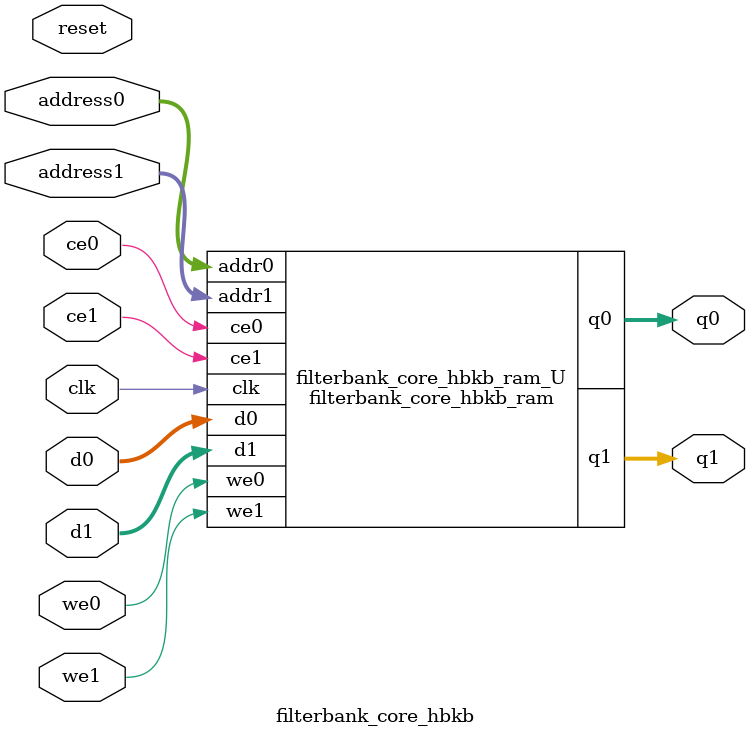
<source format=v>

`timescale 1 ns / 1 ps
module filterbank_core_hbkb_ram (addr0, ce0, d0, we0, q0, addr1, ce1, d1, we1, q1,  clk);

parameter DWIDTH = 32;
parameter AWIDTH = 8;
parameter MEM_SIZE = 256;

input[AWIDTH-1:0] addr0;
input ce0;
input[DWIDTH-1:0] d0;
input we0;
output reg[DWIDTH-1:0] q0;
input[AWIDTH-1:0] addr1;
input ce1;
input[DWIDTH-1:0] d1;
input we1;
output reg[DWIDTH-1:0] q1;
input clk;

(* ram_style = "block" *)reg [DWIDTH-1:0] ram[0:MEM_SIZE-1];




always @(posedge clk)  
begin 
    if (ce0) 
    begin
        if (we0) 
        begin 
            ram[addr0] <= d0; 
            q0 <= d0;
        end 
        else 
            q0 <= ram[addr0];
    end
end


always @(posedge clk)  
begin 
    if (ce1) 
    begin
        if (we1) 
        begin 
            ram[addr1] <= d1; 
            q1 <= d1;
        end 
        else 
            q1 <= ram[addr1];
    end
end


endmodule


`timescale 1 ns / 1 ps
module filterbank_core_hbkb(
    reset,
    clk,
    address0,
    ce0,
    we0,
    d0,
    q0,
    address1,
    ce1,
    we1,
    d1,
    q1);

parameter DataWidth = 32'd32;
parameter AddressRange = 32'd256;
parameter AddressWidth = 32'd8;
input reset;
input clk;
input[AddressWidth - 1:0] address0;
input ce0;
input we0;
input[DataWidth - 1:0] d0;
output[DataWidth - 1:0] q0;
input[AddressWidth - 1:0] address1;
input ce1;
input we1;
input[DataWidth - 1:0] d1;
output[DataWidth - 1:0] q1;



filterbank_core_hbkb_ram filterbank_core_hbkb_ram_U(
    .clk( clk ),
    .addr0( address0 ),
    .ce0( ce0 ),
    .d0( d0 ),
    .we0( we0 ),
    .q0( q0 ),
    .addr1( address1 ),
    .ce1( ce1 ),
    .d1( d1 ),
    .we1( we1 ),
    .q1( q1 ));

endmodule


</source>
